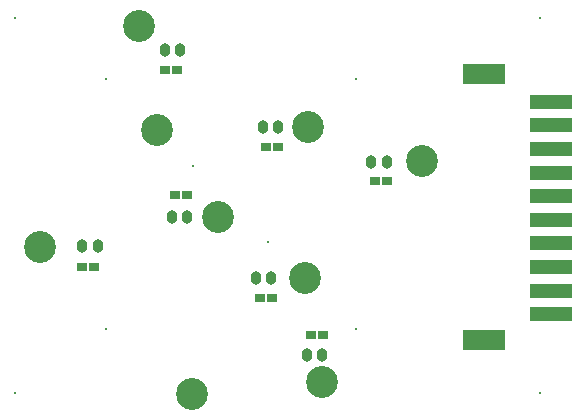
<source format=gbs>
G04 Layer_Color=16711935*
%FSLAX25Y25*%
%MOIN*%
G70*
G01*
G75*
%ADD18C,0.00800*%
%ADD19C,0.10642*%
%ADD20C,0.00800*%
G04:AMPARAMS|DCode=21|XSize=36mil|YSize=44mil|CornerRadius=16.6mil|HoleSize=0mil|Usage=FLASHONLY|Rotation=0.000|XOffset=0mil|YOffset=0mil|HoleType=Round|Shape=RoundedRectangle|*
%AMROUNDEDRECTD21*
21,1,0.03600,0.01080,0,0,0.0*
21,1,0.00280,0.04400,0,0,0.0*
1,1,0.03320,0.00140,-0.00540*
1,1,0.03320,-0.00140,-0.00540*
1,1,0.03320,-0.00140,0.00540*
1,1,0.03320,0.00140,0.00540*
%
%ADD21ROUNDEDRECTD21*%
%ADD22R,0.14186X0.06706*%
%ADD23R,0.14186X0.04737*%
%ADD24R,0.03300X0.02800*%
D18*
X-157850Y117789D02*
D03*
X-74334D02*
D03*
Y34272D02*
D03*
X-157850D02*
D03*
X-128620Y88558D02*
D03*
X-103565Y63503D02*
D03*
D19*
X-85608Y16595D02*
D03*
X-146575Y135467D02*
D03*
X-120477Y71646D02*
D03*
X-91385Y51324D02*
D03*
X-140799Y100738D02*
D03*
X-90341Y101781D02*
D03*
X-128898Y12697D02*
D03*
X-52480Y90228D02*
D03*
X-179704Y61833D02*
D03*
D20*
X-187963Y13172D02*
D03*
X-12963D02*
D03*
Y138172D02*
D03*
X-187963D02*
D03*
D21*
X-165559Y61900D02*
D03*
X-160400D02*
D03*
X-138059Y127400D02*
D03*
X-132900D02*
D03*
X-64141Y90200D02*
D03*
X-69300D02*
D03*
X-85541Y25600D02*
D03*
X-90700D02*
D03*
X-100341Y101700D02*
D03*
X-105500D02*
D03*
X-102541Y51400D02*
D03*
X-107700D02*
D03*
X-130541Y71600D02*
D03*
X-135700D02*
D03*
D22*
X-31841Y30739D02*
D03*
Y119321D02*
D03*
D23*
X-9337Y110148D02*
D03*
Y102274D02*
D03*
Y94400D02*
D03*
Y86526D02*
D03*
Y78652D02*
D03*
Y70778D02*
D03*
Y62904D02*
D03*
Y55030D02*
D03*
Y47156D02*
D03*
X-9400Y39400D02*
D03*
D24*
X-130600Y79200D02*
D03*
X-134600D02*
D03*
X-102500Y44700D02*
D03*
X-106500D02*
D03*
X-100400Y94900D02*
D03*
X-104400D02*
D03*
X-85500Y32400D02*
D03*
X-89500D02*
D03*
X-64100Y83700D02*
D03*
X-68100D02*
D03*
X-138000Y120600D02*
D03*
X-134000D02*
D03*
X-165700Y55000D02*
D03*
X-161700D02*
D03*
M02*

</source>
